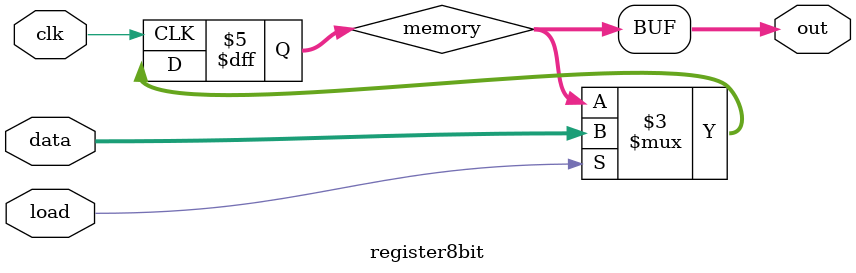
<source format=v>
`timescale 1ns / 1ps
module register8bit(
    input [7:0] data, input load, input clk,
    output [7:0] out
    );
    reg [7:0] memory=0;
    assign out = memory;
    always @ (posedge clk) if (load) memory <= data;
endmodule

</source>
